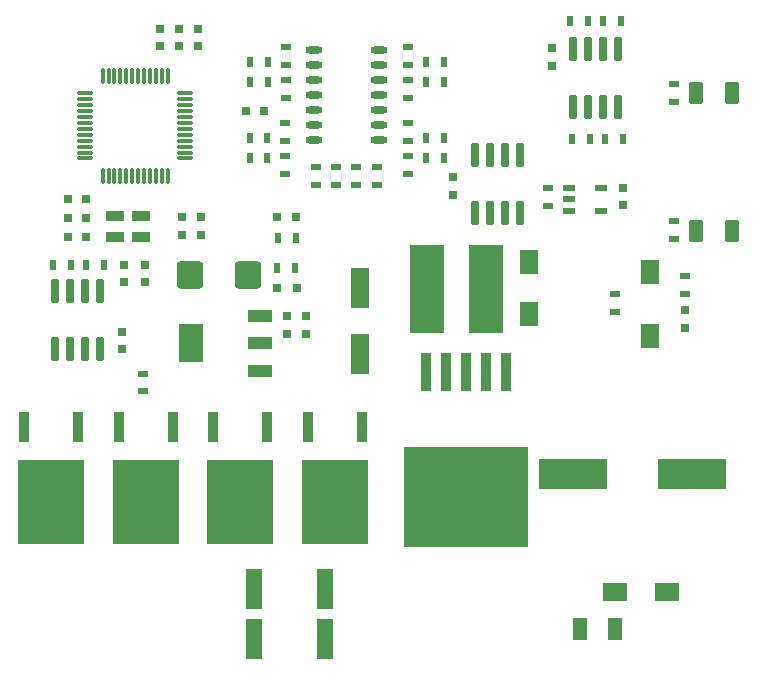
<source format=gtp>
G04*
G04 #@! TF.GenerationSoftware,Altium Limited,Altium Designer,21.9.2 (33)*
G04*
G04 Layer_Color=8421504*
%FSTAX24Y24*%
%MOIN*%
G70*
G04*
G04 #@! TF.SameCoordinates,C045CB64-A717-4E46-AD80-C8F196844A4B*
G04*
G04*
G04 #@! TF.FilePolarity,Positive*
G04*
G01*
G75*
%ADD19R,0.0374X0.1004*%
%ADD20R,0.2205X0.2835*%
%ADD21R,0.0531X0.1339*%
%ADD22R,0.0315X0.0315*%
%ADD23R,0.0354X0.0217*%
%ADD24R,0.0217X0.0354*%
%ADD25R,0.0315X0.0315*%
G04:AMPARAMS|DCode=26|XSize=77.6mil|YSize=23.6mil|CornerRadius=3mil|HoleSize=0mil|Usage=FLASHONLY|Rotation=90.000|XOffset=0mil|YOffset=0mil|HoleType=Round|Shape=RoundedRectangle|*
%AMROUNDEDRECTD26*
21,1,0.0776,0.0177,0,0,90.0*
21,1,0.0717,0.0236,0,0,90.0*
1,1,0.0059,0.0089,0.0358*
1,1,0.0059,0.0089,-0.0358*
1,1,0.0059,-0.0089,-0.0358*
1,1,0.0059,-0.0089,0.0358*
%
%ADD26ROUNDEDRECTD26*%
%ADD27R,0.0846X0.1280*%
%ADD28R,0.0846X0.0394*%
G04:AMPARAMS|DCode=29|XSize=88.2mil|YSize=91.3mil|CornerRadius=11mil|HoleSize=0mil|Usage=FLASHONLY|Rotation=0.000|XOffset=0mil|YOffset=0mil|HoleType=Round|Shape=RoundedRectangle|*
%AMROUNDEDRECTD29*
21,1,0.0882,0.0693,0,0,0.0*
21,1,0.0661,0.0913,0,0,0.0*
1,1,0.0220,0.0331,-0.0346*
1,1,0.0220,-0.0331,-0.0346*
1,1,0.0220,-0.0331,0.0346*
1,1,0.0220,0.0331,0.0346*
%
%ADD29ROUNDEDRECTD29*%
%ADD30R,0.0630X0.1378*%
%ADD31R,0.0276X0.0315*%
G04:AMPARAMS|DCode=32|XSize=47.2mil|YSize=71.7mil|CornerRadius=5.9mil|HoleSize=0mil|Usage=FLASHONLY|Rotation=0.000|XOffset=0mil|YOffset=0mil|HoleType=Round|Shape=RoundedRectangle|*
%AMROUNDEDRECTD32*
21,1,0.0472,0.0598,0,0,0.0*
21,1,0.0354,0.0717,0,0,0.0*
1,1,0.0118,0.0177,-0.0299*
1,1,0.0118,-0.0177,-0.0299*
1,1,0.0118,-0.0177,0.0299*
1,1,0.0118,0.0177,0.0299*
%
%ADD32ROUNDEDRECTD32*%
%ADD33R,0.0591X0.0787*%
%ADD34R,0.0827X0.0610*%
%ADD35R,0.2283X0.0984*%
%ADD36R,0.0394X0.0236*%
%ADD37R,0.0610X0.0827*%
%ADD38O,0.0571X0.0236*%
%ADD39R,0.1181X0.2953*%
%ADD40O,0.0571X0.0118*%
%ADD41O,0.0118X0.0571*%
%ADD42R,0.0610X0.0374*%
%ADD43R,0.0354X0.1299*%
%ADD44R,0.4173X0.3346*%
%ADD45R,0.0457X0.0717*%
D19*
X014351Y009128D02*
D03*
X012555D02*
D03*
X009405D02*
D03*
X0112D02*
D03*
X015706D02*
D03*
X017501D02*
D03*
X018857D02*
D03*
X020652D02*
D03*
D20*
X013453Y006628D02*
D03*
X010302D02*
D03*
X016604D02*
D03*
X019754D02*
D03*
D21*
X019416Y002055D02*
D03*
X017054D02*
D03*
Y003711D02*
D03*
X019416D02*
D03*
D22*
X01265Y012295D02*
D03*
Y011705D02*
D03*
X015282Y0161D02*
D03*
Y015509D02*
D03*
X01465Y0161D02*
D03*
Y015509D02*
D03*
X013425Y013935D02*
D03*
Y014526D02*
D03*
X012725Y013935D02*
D03*
Y014526D02*
D03*
X018781Y012808D02*
D03*
Y012217D02*
D03*
X018149D02*
D03*
Y012808D02*
D03*
X02701Y021745D02*
D03*
Y021155D02*
D03*
X031427Y013002D02*
D03*
Y012411D02*
D03*
X02935Y017095D02*
D03*
Y016505D02*
D03*
X0237Y016851D02*
D03*
Y017442D02*
D03*
X015182Y021805D02*
D03*
Y022395D02*
D03*
X01455Y021805D02*
D03*
Y022395D02*
D03*
X013918Y021805D02*
D03*
Y022395D02*
D03*
D23*
X022197Y021194D02*
D03*
Y021784D02*
D03*
Y02068D02*
D03*
Y02009D02*
D03*
Y019256D02*
D03*
Y018665D02*
D03*
Y018151D02*
D03*
Y017561D02*
D03*
X01335Y010895D02*
D03*
Y010305D02*
D03*
X031073Y015973D02*
D03*
Y015382D02*
D03*
Y020545D02*
D03*
Y019955D02*
D03*
X0291Y012955D02*
D03*
Y013545D02*
D03*
X031428Y014145D02*
D03*
Y013555D02*
D03*
X026865Y01707D02*
D03*
Y01648D02*
D03*
X021147Y017788D02*
D03*
Y017198D02*
D03*
X020476Y017788D02*
D03*
Y017198D02*
D03*
X019805Y017788D02*
D03*
Y017198D02*
D03*
X019134Y017788D02*
D03*
Y017198D02*
D03*
X0181Y017555D02*
D03*
Y018145D02*
D03*
Y019249D02*
D03*
Y018659D02*
D03*
X018116Y021194D02*
D03*
Y021784D02*
D03*
Y02068D02*
D03*
Y02009D02*
D03*
D24*
X02338Y021277D02*
D03*
X022789D02*
D03*
X023388Y020606D02*
D03*
X022797D02*
D03*
X023393Y018744D02*
D03*
X022802D02*
D03*
X02338Y018073D02*
D03*
X022789D02*
D03*
X010355Y014529D02*
D03*
X010945D02*
D03*
X012049D02*
D03*
X011459D02*
D03*
X018465Y0154D02*
D03*
X017874D02*
D03*
X017837Y0144D02*
D03*
X018428D02*
D03*
X029299Y02265D02*
D03*
X028709D02*
D03*
X027605D02*
D03*
X028195D02*
D03*
X029354Y018705D02*
D03*
X028763D02*
D03*
X027655D02*
D03*
X028245D02*
D03*
X016917Y018749D02*
D03*
X017508D02*
D03*
X016917Y018078D02*
D03*
X017508D02*
D03*
X017524Y020602D02*
D03*
X016933D02*
D03*
X017524Y021273D02*
D03*
X016933D02*
D03*
D25*
X011445Y0167D02*
D03*
X010855D02*
D03*
X011445Y016068D02*
D03*
X010855D02*
D03*
X011445Y015437D02*
D03*
X010855D02*
D03*
X018465Y0161D02*
D03*
X017835D02*
D03*
X016805Y01965D02*
D03*
X017395D02*
D03*
D26*
X010432Y013647D02*
D03*
X010932D02*
D03*
X011432D02*
D03*
X011932D02*
D03*
Y011702D02*
D03*
X011432D02*
D03*
X010932D02*
D03*
X010432D02*
D03*
X0277Y019788D02*
D03*
X0282D02*
D03*
X0287D02*
D03*
X0292D02*
D03*
Y021732D02*
D03*
X0287D02*
D03*
X0282D02*
D03*
X0277D02*
D03*
X025918Y016252D02*
D03*
X025418D02*
D03*
X024918D02*
D03*
X024418D02*
D03*
Y018197D02*
D03*
X024918D02*
D03*
X025418D02*
D03*
X025918D02*
D03*
D27*
X014948Y011904D02*
D03*
D28*
X017252Y010999D02*
D03*
Y011904D02*
D03*
Y01281D02*
D03*
D29*
X014941Y01417D02*
D03*
X016859D02*
D03*
D30*
X0206Y013757D02*
D03*
Y011552D02*
D03*
D31*
X018501Y013749D02*
D03*
X017832D02*
D03*
D32*
X03299Y01565D02*
D03*
X031805D02*
D03*
X03299Y02025D02*
D03*
X031805D02*
D03*
D33*
X030265Y014283D02*
D03*
Y012157D02*
D03*
D34*
X029084Y0036D02*
D03*
X030816D02*
D03*
D35*
X031658Y00755D02*
D03*
X027682D02*
D03*
D36*
X027559Y017074D02*
D03*
Y0167D02*
D03*
Y016326D02*
D03*
X028641D02*
D03*
Y017074D02*
D03*
D37*
X026235Y012888D02*
D03*
Y014621D02*
D03*
D38*
X019074Y021685D02*
D03*
Y021185D02*
D03*
Y020685D02*
D03*
Y020185D02*
D03*
Y019685D02*
D03*
Y019185D02*
D03*
Y018685D02*
D03*
X02122Y021685D02*
D03*
Y021185D02*
D03*
Y020685D02*
D03*
Y020185D02*
D03*
Y019685D02*
D03*
Y019185D02*
D03*
Y018685D02*
D03*
D39*
X024796Y01373D02*
D03*
X022827D02*
D03*
D40*
X011437Y018067D02*
D03*
Y018264D02*
D03*
Y018461D02*
D03*
Y018658D02*
D03*
Y018855D02*
D03*
X011437Y019052D02*
D03*
Y019248D02*
D03*
X011437Y019445D02*
D03*
Y019642D02*
D03*
Y019839D02*
D03*
Y020036D02*
D03*
Y020233D02*
D03*
X014763D02*
D03*
Y020036D02*
D03*
Y019839D02*
D03*
Y019642D02*
D03*
Y019445D02*
D03*
X014763Y019248D02*
D03*
Y019052D02*
D03*
X014763Y018855D02*
D03*
Y018658D02*
D03*
Y018461D02*
D03*
Y018264D02*
D03*
Y018067D02*
D03*
D41*
X012017Y020813D02*
D03*
X012214D02*
D03*
X012411D02*
D03*
X012608D02*
D03*
X012805D02*
D03*
X013002Y020813D02*
D03*
X013198D02*
D03*
X013395Y020813D02*
D03*
X013592D02*
D03*
X013789D02*
D03*
X013986D02*
D03*
X014183D02*
D03*
Y017487D02*
D03*
X013986D02*
D03*
X013789D02*
D03*
X013592D02*
D03*
X013395D02*
D03*
X013198Y017487D02*
D03*
X013002D02*
D03*
X012805Y017487D02*
D03*
X012608D02*
D03*
X012411D02*
D03*
X012214D02*
D03*
X012017D02*
D03*
D42*
X013283Y016135D02*
D03*
Y015465D02*
D03*
X012417Y016135D02*
D03*
Y015465D02*
D03*
D43*
X025476Y010963D02*
D03*
X024806D02*
D03*
X024137D02*
D03*
X023468D02*
D03*
X022798D02*
D03*
D44*
X024137Y006789D02*
D03*
D45*
X027919Y002374D02*
D03*
X029081D02*
D03*
M02*

</source>
